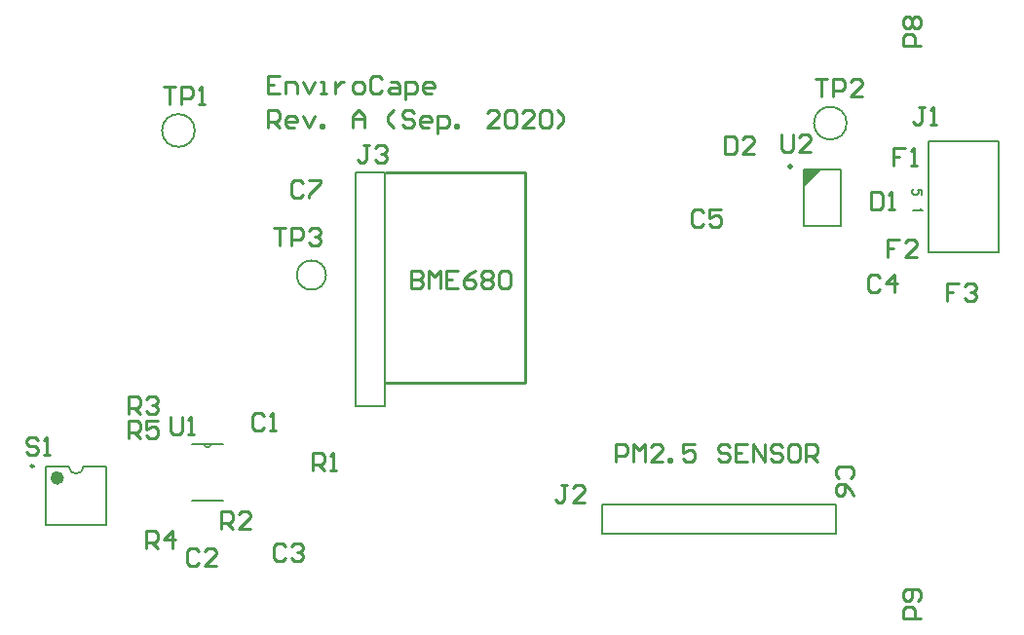
<source format=gto>
G04*
G04 #@! TF.GenerationSoftware,Altium Limited,Altium Designer,20.1.14 (287)*
G04*
G04 Layer_Color=65535*
%FSLAX24Y24*%
%MOIN*%
G70*
G04*
G04 #@! TF.SameCoordinates,9A1B4EAE-D6D5-4477-8753-CECB3CDB6822*
G04*
G04*
G04 #@! TF.FilePolarity,Positive*
G04*
G01*
G75*
%ADD10C,0.0079*%
%ADD11C,0.0060*%
%ADD12C,0.0236*%
%ADD13C,0.0098*%
%ADD14C,0.0100*%
%ADD15C,0.0080*%
%ADD16C,0.0200*%
G36*
X27107Y15765D02*
X27702Y15765D01*
X27107Y15170D01*
X27107Y15765D01*
D02*
G37*
D10*
X10750Y12150D02*
G03*
X10750Y12150I-500J0D01*
G01*
X1950Y5604D02*
G03*
X2450Y5604I250J0D01*
G01*
X6259Y17100D02*
G03*
X6259Y17100I-559J0D01*
G01*
X28559Y17350D02*
G03*
X28559Y17350I-559J0D01*
G01*
X20200Y4300D02*
X28200D01*
X20200Y3300D02*
Y4300D01*
Y3300D02*
X28200D01*
Y4300D01*
X1157Y3596D02*
X3243D01*
X2450Y5604D02*
X3243D01*
X1157D02*
X1950D01*
X3243Y3596D02*
Y5604D01*
X1157Y3596D02*
Y5604D01*
X11750Y15650D02*
X12750D01*
Y7650D02*
Y15650D01*
X11750Y7650D02*
X12750D01*
X11750D02*
Y15650D01*
X31125Y14913D02*
Y15063D01*
X30990Y15078D01*
X31005Y15063D01*
X31020Y15018D01*
Y14973D01*
X31005Y14928D01*
X30975Y14898D01*
X30930Y14883D01*
X30900D01*
X30855Y14898D01*
X30825Y14928D01*
X30810Y14973D01*
Y15018D01*
X30825Y15063D01*
X30840Y15078D01*
X30870Y15093D01*
X31095Y14443D02*
X31110Y14413D01*
X31155Y14368D01*
X30840D01*
D11*
X6580Y6380D02*
G03*
X6820Y6380I120J0D01*
G01*
X6160Y4420D02*
X7240D01*
X6820Y6380D02*
X7240D01*
X6580D02*
X6820D01*
X6160D02*
X6580D01*
D12*
X1669Y5210D02*
G03*
X1669Y5210I-118J0D01*
G01*
D13*
X749Y5612D02*
G03*
X749Y5612I-49J0D01*
G01*
D14*
X12800Y8450D02*
X17550D01*
Y15650D01*
X12800D02*
X17550D01*
X9150Y18959D02*
X8750D01*
Y18360D01*
X9150D01*
X8750Y18660D02*
X8950D01*
X9350Y18360D02*
Y18760D01*
X9650D01*
X9750Y18660D01*
Y18360D01*
X9950Y18760D02*
X10150Y18360D01*
X10349Y18760D01*
X10549Y18360D02*
X10749D01*
X10649D01*
Y18760D01*
X10549D01*
X11049D02*
Y18360D01*
Y18560D01*
X11149Y18660D01*
X11249Y18760D01*
X11349D01*
X11749Y18360D02*
X11949D01*
X12049Y18460D01*
Y18660D01*
X11949Y18760D01*
X11749D01*
X11649Y18660D01*
Y18460D01*
X11749Y18360D01*
X12649Y18859D02*
X12549Y18959D01*
X12349D01*
X12249Y18859D01*
Y18460D01*
X12349Y18360D01*
X12549D01*
X12649Y18460D01*
X12949Y18760D02*
X13149D01*
X13249Y18660D01*
Y18360D01*
X12949D01*
X12849Y18460D01*
X12949Y18560D01*
X13249D01*
X13448Y18160D02*
Y18760D01*
X13748D01*
X13848Y18660D01*
Y18460D01*
X13748Y18360D01*
X13448D01*
X14348D02*
X14148D01*
X14048Y18460D01*
Y18660D01*
X14148Y18760D01*
X14348D01*
X14448Y18660D01*
Y18560D01*
X14048D01*
X8750Y17200D02*
Y17800D01*
X9050D01*
X9150Y17700D01*
Y17500D01*
X9050Y17400D01*
X8750D01*
X8950D02*
X9150Y17200D01*
X9650D02*
X9450D01*
X9350Y17300D01*
Y17500D01*
X9450Y17600D01*
X9650D01*
X9750Y17500D01*
Y17400D01*
X9350D01*
X9950Y17600D02*
X10150Y17200D01*
X10349Y17600D01*
X10549Y17200D02*
Y17300D01*
X10649D01*
Y17200D01*
X10549D01*
X11649D02*
Y17600D01*
X11849Y17800D01*
X12049Y17600D01*
Y17200D01*
Y17500D01*
X11649D01*
X13049Y17200D02*
X12849Y17400D01*
Y17600D01*
X13049Y17800D01*
X13748Y17700D02*
X13648Y17800D01*
X13448D01*
X13349Y17700D01*
Y17600D01*
X13448Y17500D01*
X13648D01*
X13748Y17400D01*
Y17300D01*
X13648Y17200D01*
X13448D01*
X13349Y17300D01*
X14248Y17200D02*
X14048D01*
X13948Y17300D01*
Y17500D01*
X14048Y17600D01*
X14248D01*
X14348Y17500D01*
Y17400D01*
X13948D01*
X14548Y17000D02*
Y17600D01*
X14848D01*
X14948Y17500D01*
Y17300D01*
X14848Y17200D01*
X14548D01*
X15148D02*
Y17300D01*
X15248D01*
Y17200D01*
X15148D01*
X16647D02*
X16248D01*
X16647Y17600D01*
Y17700D01*
X16547Y17800D01*
X16348D01*
X16248Y17700D01*
X16847D02*
X16947Y17800D01*
X17147D01*
X17247Y17700D01*
Y17300D01*
X17147Y17200D01*
X16947D01*
X16847Y17300D01*
Y17700D01*
X17847Y17200D02*
X17447D01*
X17847Y17600D01*
Y17700D01*
X17747Y17800D01*
X17547D01*
X17447Y17700D01*
X18047D02*
X18147Y17800D01*
X18347D01*
X18447Y17700D01*
Y17300D01*
X18347Y17200D01*
X18147D01*
X18047Y17300D01*
Y17700D01*
X18647Y17200D02*
X18847Y17400D01*
Y17600D01*
X18647Y17800D01*
X31100Y20000D02*
X30500D01*
Y20300D01*
X30600Y20400D01*
X30800D01*
X30900Y20300D01*
Y20000D01*
X30600Y20600D02*
X30500Y20700D01*
Y20900D01*
X30600Y21000D01*
X30700D01*
X30800Y20900D01*
X30900Y21000D01*
X31000D01*
X31100Y20900D01*
Y20700D01*
X31000Y20600D01*
X30900D01*
X30800Y20700D01*
X30700Y20600D01*
X30600D01*
X30800Y20700D02*
Y20900D01*
X31100Y400D02*
X30500D01*
Y700D01*
X30600Y800D01*
X30800D01*
X30900Y700D01*
Y400D01*
X31000Y1000D02*
X31100Y1100D01*
Y1300D01*
X31000Y1400D01*
X30600D01*
X30500Y1300D01*
Y1100D01*
X30600Y1000D01*
X30700D01*
X30800Y1100D01*
Y1400D01*
X20650Y5750D02*
Y6350D01*
X20950D01*
X21050Y6250D01*
Y6050D01*
X20950Y5950D01*
X20650D01*
X21250Y5750D02*
Y6350D01*
X21450Y6150D01*
X21650Y6350D01*
Y5750D01*
X22249D02*
X21850D01*
X22249Y6150D01*
Y6250D01*
X22150Y6350D01*
X21950D01*
X21850Y6250D01*
X22449Y5750D02*
Y5850D01*
X22549D01*
Y5750D01*
X22449D01*
X23349Y6350D02*
X22949D01*
Y6050D01*
X23149Y6150D01*
X23249D01*
X23349Y6050D01*
Y5850D01*
X23249Y5750D01*
X23049D01*
X22949Y5850D01*
X24549Y6250D02*
X24449Y6350D01*
X24249D01*
X24149Y6250D01*
Y6150D01*
X24249Y6050D01*
X24449D01*
X24549Y5950D01*
Y5850D01*
X24449Y5750D01*
X24249D01*
X24149Y5850D01*
X25149Y6350D02*
X24749D01*
Y5750D01*
X25149D01*
X24749Y6050D02*
X24949D01*
X25348Y5750D02*
Y6350D01*
X25748Y5750D01*
Y6350D01*
X26348Y6250D02*
X26248Y6350D01*
X26048D01*
X25948Y6250D01*
Y6150D01*
X26048Y6050D01*
X26248D01*
X26348Y5950D01*
Y5850D01*
X26248Y5750D01*
X26048D01*
X25948Y5850D01*
X26848Y6350D02*
X26648D01*
X26548Y6250D01*
Y5850D01*
X26648Y5750D01*
X26848D01*
X26948Y5850D01*
Y6250D01*
X26848Y6350D01*
X27148Y5750D02*
Y6350D01*
X27448D01*
X27548Y6250D01*
Y6050D01*
X27448Y5950D01*
X27148D01*
X27348D02*
X27548Y5750D01*
X13650Y12300D02*
Y11700D01*
X13950D01*
X14050Y11800D01*
Y11900D01*
X13950Y12000D01*
X13650D01*
X13950D01*
X14050Y12100D01*
Y12200D01*
X13950Y12300D01*
X13650D01*
X14250Y11700D02*
Y12300D01*
X14450Y12100D01*
X14650Y12300D01*
Y11700D01*
X15249Y12300D02*
X14850D01*
Y11700D01*
X15249D01*
X14850Y12000D02*
X15050D01*
X15849Y12300D02*
X15649Y12200D01*
X15449Y12000D01*
Y11800D01*
X15549Y11700D01*
X15749D01*
X15849Y11800D01*
Y11900D01*
X15749Y12000D01*
X15449D01*
X16049Y12200D02*
X16149Y12300D01*
X16349D01*
X16449Y12200D01*
Y12100D01*
X16349Y12000D01*
X16449Y11900D01*
Y11800D01*
X16349Y11700D01*
X16149D01*
X16049Y11800D01*
Y11900D01*
X16149Y12000D01*
X16049Y12100D01*
Y12200D01*
X16149Y12000D02*
X16349D01*
X16649Y12200D02*
X16749Y12300D01*
X16949D01*
X17049Y12200D01*
Y11800D01*
X16949Y11700D01*
X16749D01*
X16649Y11800D01*
Y12200D01*
X26340Y16950D02*
Y16450D01*
X26440Y16350D01*
X26640D01*
X26740Y16450D01*
Y16950D01*
X27340Y16350D02*
X26940D01*
X27340Y16750D01*
Y16850D01*
X27240Y16950D01*
X27040D01*
X26940Y16850D01*
X5415Y7305D02*
Y6805D01*
X5515Y6705D01*
X5715D01*
X5815Y6805D01*
Y7305D01*
X6015Y6705D02*
X6215D01*
X6115D01*
Y7305D01*
X6015Y7205D01*
X27485Y18865D02*
X27885D01*
X27685D01*
Y18265D01*
X28085D02*
Y18865D01*
X28385D01*
X28485Y18765D01*
Y18565D01*
X28385Y18465D01*
X28085D01*
X29084Y18265D02*
X28685D01*
X29084Y18665D01*
Y18765D01*
X28985Y18865D01*
X28785D01*
X28685Y18765D01*
X5185Y18615D02*
X5585D01*
X5385D01*
Y18015D01*
X5785D02*
Y18615D01*
X6085D01*
X6185Y18515D01*
Y18315D01*
X6085Y18215D01*
X5785D01*
X6385Y18015D02*
X6585D01*
X6485D01*
Y18615D01*
X6385Y18515D01*
X880Y6510D02*
X780Y6610D01*
X580D01*
X480Y6510D01*
Y6410D01*
X580Y6310D01*
X780D01*
X880Y6210D01*
Y6110D01*
X780Y6010D01*
X580D01*
X480Y6110D01*
X1080Y6010D02*
X1280D01*
X1180D01*
Y6610D01*
X1080Y6510D01*
X4000Y6550D02*
Y7150D01*
X4300D01*
X4400Y7050D01*
Y6850D01*
X4300Y6750D01*
X4000D01*
X4200D02*
X4400Y6550D01*
X5000Y7150D02*
X4600D01*
Y6850D01*
X4800Y6950D01*
X4900D01*
X5000Y6850D01*
Y6650D01*
X4900Y6550D01*
X4700D01*
X4600Y6650D01*
X4590Y2800D02*
Y3400D01*
X4890D01*
X4990Y3300D01*
Y3100D01*
X4890Y3000D01*
X4590D01*
X4790D02*
X4990Y2800D01*
X5490D02*
Y3400D01*
X5190Y3100D01*
X5590D01*
X4000Y7400D02*
Y8000D01*
X4300D01*
X4400Y7900D01*
Y7700D01*
X4300Y7600D01*
X4000D01*
X4200D02*
X4400Y7400D01*
X4600Y7900D02*
X4700Y8000D01*
X4900D01*
X5000Y7900D01*
Y7800D01*
X4900Y7700D01*
X4800D01*
X4900D01*
X5000Y7600D01*
Y7500D01*
X4900Y7400D01*
X4700D01*
X4600Y7500D01*
X7150Y3450D02*
Y4050D01*
X7450D01*
X7550Y3950D01*
Y3750D01*
X7450Y3650D01*
X7150D01*
X7350D02*
X7550Y3450D01*
X8150D02*
X7750D01*
X8150Y3850D01*
Y3950D01*
X8050Y4050D01*
X7850D01*
X7750Y3950D01*
X10300Y5450D02*
Y6050D01*
X10600D01*
X10700Y5950D01*
Y5750D01*
X10600Y5650D01*
X10300D01*
X10500D02*
X10700Y5450D01*
X10900D02*
X11100D01*
X11000D01*
Y6050D01*
X10900Y5950D01*
X12215Y16585D02*
X12015D01*
X12115D01*
Y16085D01*
X12015Y15985D01*
X11915D01*
X11815Y16085D01*
X12415Y16485D02*
X12515Y16585D01*
X12715D01*
X12815Y16485D01*
Y16385D01*
X12715Y16285D01*
X12615D01*
X12715D01*
X12815Y16185D01*
Y16085D01*
X12715Y15985D01*
X12515D01*
X12415Y16085D01*
X19000Y4950D02*
X18800D01*
X18900D01*
Y4450D01*
X18800Y4350D01*
X18700D01*
X18600Y4450D01*
X19600Y4350D02*
X19200D01*
X19600Y4750D01*
Y4850D01*
X19500Y4950D01*
X19300D01*
X19200Y4850D01*
X31232Y17886D02*
X31032D01*
X31132D01*
Y17386D01*
X31032Y17286D01*
X30932D01*
X30832Y17386D01*
X31432Y17286D02*
X31632D01*
X31532D01*
Y17886D01*
X31432Y17786D01*
X32400Y11850D02*
X32000D01*
Y11550D01*
X32200D01*
X32000D01*
Y11250D01*
X32600Y11750D02*
X32700Y11850D01*
X32900D01*
X33000Y11750D01*
Y11650D01*
X32900Y11550D01*
X32800D01*
X32900D01*
X33000Y11450D01*
Y11350D01*
X32900Y11250D01*
X32700D01*
X32600Y11350D01*
X30350Y13373D02*
X29950D01*
Y13073D01*
X30150D01*
X29950D01*
Y12773D01*
X30950D02*
X30550D01*
X30950Y13173D01*
Y13273D01*
X30850Y13373D01*
X30650D01*
X30550Y13273D01*
X30550Y16500D02*
X30150D01*
Y16200D01*
X30350D01*
X30150D01*
Y15900D01*
X30750D02*
X30950D01*
X30850D01*
Y16500D01*
X30750Y16400D01*
X24390Y16900D02*
Y16300D01*
X24690D01*
X24790Y16400D01*
Y16800D01*
X24690Y16900D01*
X24390D01*
X25390Y16300D02*
X24990D01*
X25390Y16700D01*
Y16800D01*
X25290Y16900D01*
X25090D01*
X24990Y16800D01*
X29400Y15000D02*
Y14400D01*
X29700D01*
X29800Y14500D01*
Y14900D01*
X29700Y15000D01*
X29400D01*
X30000Y14400D02*
X30200D01*
X30100D01*
Y15000D01*
X30000Y14900D01*
X9950Y15300D02*
X9850Y15400D01*
X9650D01*
X9550Y15300D01*
Y14900D01*
X9650Y14800D01*
X9850D01*
X9950Y14900D01*
X10150Y15400D02*
X10550D01*
Y15300D01*
X10150Y14900D01*
Y14800D01*
X28700Y5200D02*
X28800Y5300D01*
Y5500D01*
X28700Y5600D01*
X28300D01*
X28200Y5500D01*
Y5300D01*
X28300Y5200D01*
X28800Y4600D02*
X28700Y4800D01*
X28500Y5000D01*
X28300D01*
X28200Y4900D01*
Y4700D01*
X28300Y4600D01*
X28400D01*
X28500Y4700D01*
Y5000D01*
X23650Y14300D02*
X23550Y14400D01*
X23350D01*
X23250Y14300D01*
Y13900D01*
X23350Y13800D01*
X23550D01*
X23650Y13900D01*
X24250Y14400D02*
X23850D01*
Y14100D01*
X24050Y14200D01*
X24150D01*
X24250Y14100D01*
Y13900D01*
X24150Y13800D01*
X23950D01*
X23850Y13900D01*
X29700Y12050D02*
X29600Y12150D01*
X29400D01*
X29300Y12050D01*
Y11650D01*
X29400Y11550D01*
X29600D01*
X29700Y11650D01*
X30200Y11550D02*
Y12150D01*
X29900Y11850D01*
X30300D01*
X9350Y2850D02*
X9250Y2950D01*
X9050D01*
X8950Y2850D01*
Y2450D01*
X9050Y2350D01*
X9250D01*
X9350Y2450D01*
X9550Y2850D02*
X9650Y2950D01*
X9850D01*
X9950Y2850D01*
Y2750D01*
X9850Y2650D01*
X9750D01*
X9850D01*
X9950Y2550D01*
Y2450D01*
X9850Y2350D01*
X9650D01*
X9550Y2450D01*
X6400Y2700D02*
X6300Y2800D01*
X6100D01*
X6000Y2700D01*
Y2300D01*
X6100Y2200D01*
X6300D01*
X6400Y2300D01*
X7000Y2200D02*
X6600D01*
X7000Y2600D01*
Y2700D01*
X6900Y2800D01*
X6700D01*
X6600Y2700D01*
X8635Y7325D02*
X8535Y7425D01*
X8335D01*
X8235Y7325D01*
Y6925D01*
X8335Y6825D01*
X8535D01*
X8635Y6925D01*
X8835Y6825D02*
X9035D01*
X8935D01*
Y7425D01*
X8835Y7325D01*
X8950Y13750D02*
X9350D01*
X9150D01*
Y13150D01*
X9550D02*
Y13750D01*
X9850D01*
X9950Y13650D01*
Y13450D01*
X9850Y13350D01*
X9550D01*
X10150Y13650D02*
X10250Y13750D01*
X10450D01*
X10550Y13650D01*
Y13550D01*
X10450Y13450D01*
X10350D01*
X10450D01*
X10550Y13350D01*
Y13250D01*
X10450Y13150D01*
X10250D01*
X10150Y13250D01*
D15*
X31357Y12921D02*
X33757D01*
X31357Y16721D02*
X31357Y12921D01*
X31357Y16721D02*
X33757Y16721D01*
Y12921D02*
Y16721D01*
X28367Y13836D02*
X28367Y15765D01*
X27107Y13836D02*
X28367Y13836D01*
X27107Y13836D02*
Y15765D01*
X28367D01*
D16*
X26637Y15850D02*
Y15853D01*
X26640D01*
Y15850D01*
X26637D01*
M02*

</source>
